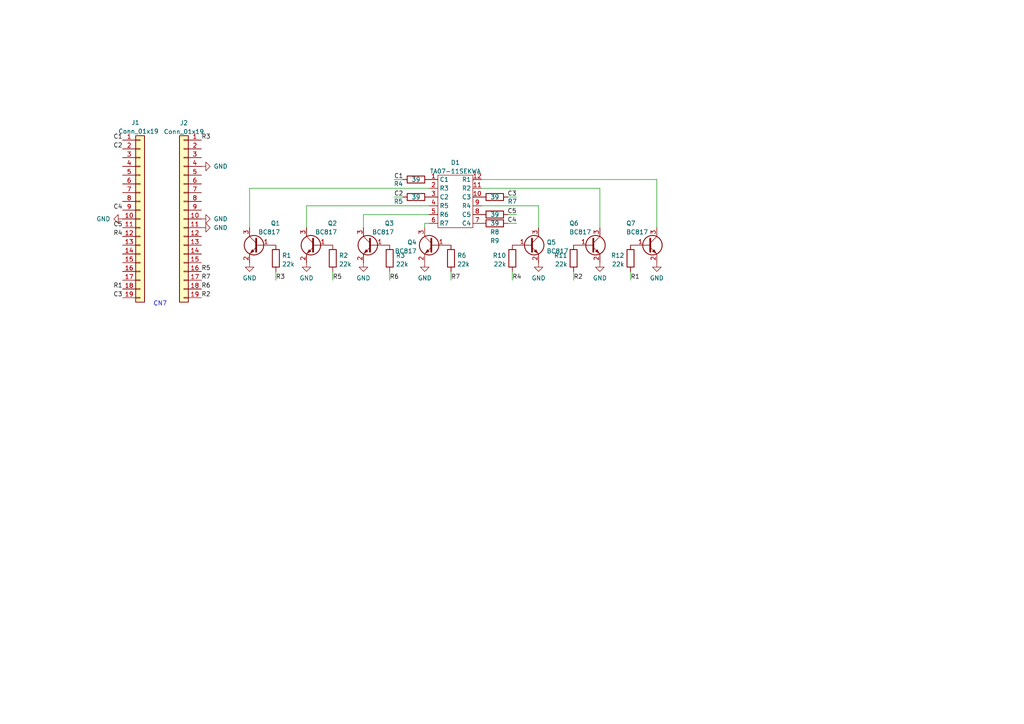
<source format=kicad_sch>
(kicad_sch (version 20211123) (generator eeschema)
  (paper "A4")
  (lib_symbols
    (symbol "Connector_Generic:Conn_01x19" (pin_names (offset 1.016) hide)
      (property "Reference" "J" (at 0 25.4 0))
      (property "Value" "Conn_01x19" (at 0 -25.4 0))
      (symbol "Conn_01x19_1_1"
        (rectangle (start -1.27 -22.733) (end 0 -22.987) (stroke (width 0.1524)))
        (rectangle (start -1.27 -20.193) (end 0 -20.447) (stroke (width 0.1524)))
        (rectangle (start -1.27 -17.653) (end 0 -17.907) (stroke (width 0.1524)))
        (rectangle (start -1.27 -15.113) (end 0 -15.367) (stroke (width 0.1524)))
        (rectangle (start -1.27 -12.573) (end 0 -12.827) (stroke (width 0.1524)))
        (rectangle (start -1.27 -10.033) (end 0 -10.287) (stroke (width 0.1524)))
        (rectangle (start -1.27 -7.493) (end 0 -7.747) (stroke (width 0.1524)))
        (rectangle (start -1.27 -4.953) (end 0 -5.207) (stroke (width 0.1524)))
        (rectangle (start -1.27 -2.413) (end 0 -2.667) (stroke (width 0.1524)))
        (rectangle (start -1.27 0.127) (end 0 -0.127) (stroke (width 0.1524)))
        (rectangle (start -1.27 2.667) (end 0 2.413) (stroke (width 0.1524)))
        (rectangle (start -1.27 5.207) (end 0 4.953) (stroke (width 0.1524)))
        (rectangle (start -1.27 7.747) (end 0 7.493) (stroke (width 0.1524)))
        (rectangle (start -1.27 10.287) (end 0 10.033) (stroke (width 0.1524)))
        (rectangle (start -1.27 12.827) (end 0 12.573) (stroke (width 0.1524)))
        (rectangle (start -1.27 15.367) (end 0 15.113) (stroke (width 0.1524)))
        (rectangle (start -1.27 17.907) (end 0 17.653) (stroke (width 0.1524)))
        (rectangle (start -1.27 20.447) (end 0 20.193) (stroke (width 0.1524)))
        (rectangle (start -1.27 22.987) (end 0 22.733) (stroke (width 0.1524)))
        (rectangle (start -1.27 24.13) (end 1.27 -24.13) (stroke (width 0.254)) (fill (type background)))
        (pin passive line (at -5.08 22.86 0) (length 3.81) (name "Pin_1") (number "1"))
        (pin passive line (at -5.08 0 0) (length 3.81) (name "Pin_10") (number "10"))
        (pin passive line (at -5.08 -2.54 0) (length 3.81) (name "Pin_11") (number "11"))
        (pin passive line (at -5.08 -5.08 0) (length 3.81) (name "Pin_12") (number "12"))
        (pin passive line (at -5.08 -7.62 0) (length 3.81) (name "Pin_13") (number "13"))
        (pin passive line (at -5.08 -10.16 0) (length 3.81) (name "Pin_14") (number "14"))
        (pin passive line (at -5.08 -12.7 0) (length 3.81) (name "Pin_15") (number "15"))
        (pin passive line (at -5.08 -15.24 0) (length 3.81) (name "Pin_16") (number "16"))
        (pin passive line (at -5.08 -17.78 0) (length 3.81) (name "Pin_17") (number "17"))
        (pin passive line (at -5.08 -20.32 0) (length 3.81) (name "Pin_18") (number "18"))
        (pin passive line (at -5.08 -22.86 0) (length 3.81) (name "Pin_19") (number "19"))
        (pin passive line (at -5.08 20.32 0) (length 3.81) (name "Pin_2") (number "2"))
        (pin passive line (at -5.08 17.78 0) (length 3.81) (name "Pin_3") (number "3"))
        (pin passive line (at -5.08 15.24 0) (length 3.81) (name "Pin_4") (number "4"))
        (pin passive line (at -5.08 12.7 0) (length 3.81) (name "Pin_5") (number "5"))
        (pin passive line (at -5.08 10.16 0) (length 3.81) (name "Pin_6") (number "6"))
        (pin passive line (at -5.08 7.62 0) (length 3.81) (name "Pin_7") (number "7"))
        (pin passive line (at -5.08 5.08 0) (length 3.81) (name "Pin_8") (number "8"))
        (pin passive line (at -5.08 2.54 0) (length 3.81) (name "Pin_9") (number "9"))
      )
    )
    (symbol "Device:R" (pin_numbers hide) (pin_names (offset 0))
      (property "Reference" "R" (at 2.032 0 90))
      (property "Value" "R" (at 0 0 90))
      (symbol "R_0_1"
        (rectangle (start -1.016 -2.54) (end 1.016 2.54) (stroke (width 0.254)))
      )
      (symbol "R_1_1"
        (pin passive line (at 0 3.81 270) (length 1.27) (name "~") (number "1"))
        (pin passive line (at 0 -3.81 90) (length 1.27) (name "~") (number "2"))
      )
    )
    (symbol "Transistor_BJT:BC817" (pin_names (offset 0) hide)
      (property "Reference" "Q" (at 5.08 1.905 0))
      (property "Value" "BC817" (at 5.08 0 0))
      (symbol "BC817_0_1"
        (polyline (pts (xy 0.635 0.635) (xy 2.54 2.54)))
        (polyline (pts (xy 0.635 -0.635) (xy 2.54 -2.54) (xy 2.54 -2.54)))
        (polyline (pts (xy 0.635 1.905) (xy 0.635 -1.905) (xy 0.635 -1.905)) (stroke (width 0.508)))
        (polyline (pts (xy 1.27 -1.778) (xy 1.778 -1.27) (xy 2.286 -2.286) (xy 1.27 -1.778) (xy 1.27 -1.778)) (fill (type outline)))
        (circle (center 1.27 0) (radius 2.8194) (stroke (width 0.254)))
      )
      (symbol "BC817_1_1"
        (pin input line (at -5.08 0 0) (length 5.715) (name "B") (number "1"))
        (pin passive line (at 2.54 -5.08 90) (length 2.54) (name "E") (number "2"))
        (pin passive line (at 2.54 5.08 270) (length 2.54) (name "C") (number "3"))
      )
    )
    (symbol "led_matrx TA07-11SEKWA:TA07-11SEKWA"
      (property "Reference" "D" (at 5.08 16.51 0))
      (property "Value" "TA07-11SEKWA" (at 5.08 19.05 0))
      (symbol "TA07-11SEKWA_0_1"
        (rectangle (start 0 15.24) (end 10.16 0) (stroke (width 0.1524)))
      )
      (symbol "TA07-11SEKWA_1_1"
        (pin input line (at -2.54 13.97 0) (length 2.54) (name "C1") (number "1"))
        (pin input line (at 12.7 8.89 180) (length 2.54) (name "C3") (number "10"))
        (pin output line (at 12.7 11.43 180) (length 2.54) (name "R2") (number "11"))
        (pin output line (at 12.7 13.97 180) (length 2.54) (name "R1") (number "12"))
        (pin output line (at -2.54 11.43 0) (length 2.54) (name "R3") (number "2"))
        (pin input line (at -2.54 8.89 0) (length 2.54) (name "C2") (number "3"))
        (pin output line (at -2.54 6.35 0) (length 2.54) (name "R5") (number "4"))
        (pin output line (at -2.54 3.81 0) (length 2.54) (name "R6") (number "5"))
        (pin output line (at -2.54 1.27 0) (length 2.54) (name "R7") (number "6"))
        (pin input line (at 12.7 1.27 180) (length 2.54) (name "C4") (number "7"))
        (pin input line (at 12.7 3.81 180) (length 2.54) (name "C5") (number "8"))
        (pin output line (at 12.7 6.35 180) (length 2.54) (name "R4") (number "9"))
      )
    )
    (symbol "power:GND" (power) (pin_names (offset 0))
      (property "Value" "GND" (at 0 -3.81 0))
      (symbol "GND_0_1"
        (polyline (pts (xy 0 0) (xy 0 -1.27) (xy 1.27 -1.27) (xy 0 -2.54) (xy -1.27 -1.27) (xy 0 -1.27)))
      )
      (symbol "GND_1_1"
        (pin power_in line (at 0 0 270) (length 0) hide (name "GND") (number "1"))
      )
    )
  )
  (wire (pts (xy 80.01 78.74) (xy 80.01 81.28)))
  (wire (pts (xy 190.5 52.07) (xy 190.5 66.04)))
  (wire (pts (xy 139.7 59.69) (xy 156.21 59.69)))
  (wire (pts (xy 182.88 78.74) (xy 182.88 81.28)))
  (wire (pts (xy 114.3 52.07) (xy 116.84 52.07)))
  (wire (pts (xy 124.46 59.69) (xy 88.9 59.69)))
  (wire (pts (xy 88.9 59.69) (xy 88.9 66.04)))
  (wire (pts (xy 124.46 64.77) (xy 123.19 64.77)))
  (wire (pts (xy 72.39 54.61) (xy 72.39 66.04)))
  (wire (pts (xy 124.46 62.23) (xy 105.41 62.23)))
  (wire (pts (xy 124.46 54.61) (xy 72.39 54.61)))
  (wire (pts (xy 139.7 54.61) (xy 173.99 54.61)))
  (wire (pts (xy 113.03 78.74) (xy 113.03 81.28)))
  (wire (pts (xy 173.99 54.61) (xy 173.99 66.04)))
  (wire (pts (xy 166.37 78.74) (xy 166.37 81.28)))
  (wire (pts (xy 96.52 78.74) (xy 96.52 81.28)))
  (wire (pts (xy 156.21 59.69) (xy 156.21 66.04)))
  (wire (pts (xy 148.59 78.74) (xy 148.59 81.28)))
  (wire (pts (xy 147.32 64.77) (xy 149.86 64.77)))
  (wire (pts (xy 139.7 52.07) (xy 190.5 52.07)))
  (wire (pts (xy 105.41 62.23) (xy 105.41 66.04)))
  (wire (pts (xy 147.32 57.15) (xy 149.86 57.15)))
  (wire (pts (xy 130.81 78.74) (xy 130.81 81.28)))
  (wire (pts (xy 114.3 57.15) (xy 116.84 57.15)))
  (wire (pts (xy 123.19 64.77) (xy 123.19 66.04)))
  (wire (pts (xy 147.32 62.23) (xy 149.86 62.23)))
  (text "CN7" (at 44.45 88.9 0) (effects (font (size 1.27 1.27)) (justify left bottom)))
  (label "R1" (at 182.88 81.28 0))
  (label "C5" (at 35.56 66.04 180))
  (label "R3" (at 80.01 81.28 0))
  (label "C1" (at 114.3 52.07 0))
  (label "R5" (at 58.42 78.74 0))
  (label "C3" (at 149.86 57.15 180))
  (label "R6" (at 58.42 83.82 0))
  (label "C2" (at 114.3 57.15 0))
  (label "R3" (at 58.42 40.64 0))
  (label "R1" (at 35.56 83.82 180))
  (label "R2" (at 166.37 81.28 0))
  (label "R6" (at 113.03 81.28 0))
  (label "R5" (at 96.52 81.28 0))
  (label "C5" (at 149.86 62.23 180))
  (label "R4" (at 35.56 68.58 180))
  (label "C4" (at 149.86 64.77 180))
  (label "C2" (at 35.56 43.18 180))
  (label "C1" (at 35.56 40.64 180))
  (label "R7" (at 130.81 81.28 0))
  (label "C3" (at 35.56 86.36 180))
  (label "R2" (at 58.42 86.36 0))
  (label "R7" (at 58.42 81.28 0))
  (label "C4" (at 35.56 60.96 180))
  (label "R4" (at 148.59 81.28 0))
  (symbol (lib_id "power:GND") (at 35.56 63.5 270) (mirror x) (unit 1)
    (property "Reference" "#PWR0109" (effects hide))
    (property "Value" "GND" (at 27.94 63.5 90) (effects (justify left)))
  )
  (symbol (lib_id "Device:R") (at 182.88 74.93 0) (mirror y) (unit 1)
    (property "Reference" "R12" (at 181.102 74.0953 0) (effects (justify left)))
    (property "Value" "22k" (at 181.102 76.6322 0) (effects (justify left)))
  )
  (symbol (lib_id "Device:R") (at 143.51 57.15 90) (unit 1)
    (property "Reference" "R7" (at 148.59 58.42 90))
    (property "Value" "39" (at 143.51 57.15 90))
  )
  (symbol (lib_id "Device:R") (at 143.51 64.77 90) (unit 1)
    (property "Reference" "R9" (at 143.51 69.85 90))
    (property "Value" "39" (at 143.51 64.77 90))
  )
  (symbol (lib_id "power:GND") (at 173.99 76.2 0) (mirror y) (unit 1)
    (property "Reference" "#PWR0102" (effects hide))
    (property "Value" "GND" (at 173.99 80.6434 0))
  )
  (symbol (lib_id "power:GND") (at 72.39 76.2 0) (unit 1)
    (property "Reference" "#PWR0107" (effects hide))
    (property "Value" "GND" (at 72.39 80.6434 0))
  )
  (symbol (lib_id "Device:R") (at 113.03 74.93 0) (unit 1)
    (property "Reference" "R3" (at 114.808 74.0953 0) (effects (justify left)))
    (property "Value" "22k" (at 114.808 76.6322 0) (effects (justify left)))
  )
  (symbol (lib_id "Transistor_BJT:BC817") (at 91.44 71.12 0) (mirror y) (unit 1)
    (property "Reference" "Q2" (at 97.79 64.77 0) (effects (justify left)))
    (property "Value" "BC817" (at 97.79 67.3069 0) (effects (justify left)))
    (property "Footprint" "Package_TO_SOT_SMD:SOT-23" (effects hide))
    (property "Datasheet" "https://www.onsemi.com/pub/Collateral/BC818-D.pdf" (effects hide))
  )
  (symbol (lib_id "Transistor_BJT:BC817") (at 125.73 71.12 0) (mirror y) (unit 1)
    (property "Reference" "Q4" (at 120.8786 70.2853 0) (effects (justify left)))
    (property "Value" "BC817" (at 120.8786 72.8222 0) (effects (justify left)))
    (property "Footprint" "Package_TO_SOT_SMD:SOT-23" (effects hide))
    (property "Datasheet" "https://www.onsemi.com/pub/Collateral/BC818-D.pdf" (effects hide))
  )
  (symbol (lib_id "power:GND") (at 88.9 76.2 0) (unit 1)
    (property "Reference" "#PWR0106" (effects hide))
    (property "Value" "GND" (at 88.9 80.6434 0))
  )
  (symbol (lib_id "power:GND") (at 105.41 76.2 0) (unit 1)
    (property "Reference" "#PWR0104" (effects hide))
    (property "Value" "GND" (at 105.41 80.6434 0))
  )
  (symbol (lib_id "power:GND") (at 156.21 76.2 0) (mirror y) (unit 1)
    (property "Reference" "#PWR0103" (effects hide))
    (property "Value" "GND" (at 156.21 80.6434 0))
  )
  (symbol (lib_id "Device:R") (at 96.52 74.93 0) (unit 1)
    (property "Reference" "R2" (at 98.298 74.0953 0) (effects (justify left)))
    (property "Value" "22k" (at 98.298 76.6322 0) (effects (justify left)))
  )
  (symbol (lib_id "Transistor_BJT:BC817") (at 171.45 71.12 0) (unit 1)
    (property "Reference" "Q6" (at 165.1 64.7731 0) (effects (justify left)))
    (property "Value" "BC817" (at 165.1 67.31 0) (effects (justify left)))
    (property "Footprint" "Package_TO_SOT_SMD:SOT-23" (effects hide))
    (property "Datasheet" "https://www.onsemi.com/pub/Collateral/BC818-D.pdf" (effects hide))
  )
  (symbol (lib_id "Device:R") (at 130.81 74.93 0) (unit 1)
    (property "Reference" "R6" (at 132.588 74.0953 0) (effects (justify left)))
    (property "Value" "22k" (at 132.588 76.6322 0) (effects (justify left)))
  )
  (symbol (lib_id "Device:R") (at 166.37 74.93 0) (mirror y) (unit 1)
    (property "Reference" "R11" (at 164.592 74.0953 0) (effects (justify left)))
    (property "Value" "22k" (at 164.592 76.6322 0) (effects (justify left)))
  )
  (symbol (lib_id "Device:R") (at 120.65 57.15 90) (unit 1)
    (property "Reference" "R5" (at 115.57 58.42 90))
    (property "Value" "39" (at 120.65 57.15 90))
  )
  (symbol (lib_id "Transistor_BJT:BC817") (at 107.95 71.12 0) (mirror y) (unit 1)
    (property "Reference" "Q3" (at 114.3 64.7731 0) (effects (justify left)))
    (property "Value" "BC817" (at 114.3 67.31 0) (effects (justify left)))
    (property "Footprint" "Package_TO_SOT_SMD:SOT-23" (effects hide))
    (property "Datasheet" "https://www.onsemi.com/pub/Collateral/BC818-D.pdf" (effects hide))
  )
  (symbol (lib_id "Transistor_BJT:BC817") (at 74.93 71.12 0) (mirror y) (unit 1)
    (property "Reference" "Q1" (at 81.28 64.77 0) (effects (justify left)))
    (property "Value" "BC817" (at 81.28 67.3069 0) (effects (justify left)))
    (property "Footprint" "Package_TO_SOT_SMD:SOT-23" (effects hide))
    (property "Datasheet" "https://www.onsemi.com/pub/Collateral/BC818-D.pdf" (effects hide))
  )
  (symbol (lib_id "Device:R") (at 80.01 74.93 0) (unit 1)
    (property "Reference" "R1" (at 81.788 74.0953 0) (effects (justify left)))
    (property "Value" "22k" (at 81.788 76.6322 0) (effects (justify left)))
  )
  (symbol (lib_id "power:GND") (at 58.42 48.26 90) (mirror x) (unit 1)
    (property "Reference" "#PWR0108" (effects hide))
    (property "Value" "GND" (at 66.04 48.26 90) (effects (justify left)))
  )
  (symbol (lib_id "led_matrx TA07-11SEKWA:TA07-11SEKWA") (at 127 66.04 0) (unit 1)
    (property "Reference" "D1" (at 132.08 47.151 0))
    (property "Value" "TA07-11SEKWA" (at 132.08 49.6879 0))
    (property "Datasheet" "https://docs.rs-online.com/9319/0900766b814a9f89.pdf" (effects hide))
  )
  (symbol (lib_id "Device:R") (at 120.65 52.07 90) (unit 1)
    (property "Reference" "R4" (at 115.57 53.34 90))
    (property "Value" "39" (at 120.65 52.07 90))
  )
  (symbol (lib_id "power:GND") (at 123.19 76.2 0) (unit 1)
    (property "Reference" "#PWR0105" (effects hide))
    (property "Value" "GND" (at 123.19 80.6434 0))
  )
  (symbol (lib_id "power:GND") (at 58.42 66.04 90) (mirror x) (unit 1)
    (property "Reference" "#PWR0110" (effects hide))
    (property "Value" "GND" (at 66.04 66.04 90) (effects (justify left)))
  )
  (symbol (lib_id "Connector_Generic:Conn_01x19") (at 40.64 63.5 0) (unit 1)
    (property "Reference" "J1" (at 38.1 35.56 0) (effects (justify left)))
    (property "Value" "Conn_01x19" (at 34.29 38.1 0) (effects (justify left)))
  )
  (symbol (lib_id "Connector_Generic:Conn_01x19") (at 53.34 63.5 0) (mirror y) (unit 1)
    (property "Reference" "J2" (at 53.34 35.6702 0))
    (property "Value" "Conn_01x19" (at 53.34 38.2071 0))
  )
  (symbol (lib_id "power:GND") (at 58.42 63.5 90) (mirror x) (unit 1)
    (property "Reference" "#PWR0111" (effects hide))
    (property "Value" "GND" (at 66.04 63.5 90) (effects (justify left)))
  )
  (symbol (lib_id "Transistor_BJT:BC817") (at 187.96 71.12 0) (unit 1)
    (property "Reference" "Q7" (at 181.61 64.77 0) (effects (justify left)))
    (property "Value" "BC817" (at 181.61 67.3069 0) (effects (justify left)))
    (property "Footprint" "Package_TO_SOT_SMD:SOT-23" (effects hide))
    (property "Datasheet" "https://www.onsemi.com/pub/Collateral/BC818-D.pdf" (effects hide))
  )
  (symbol (lib_id "power:GND") (at 190.5 76.2 0) (mirror y) (unit 1)
    (property "Reference" "#PWR0101" (effects hide))
    (property "Value" "GND" (at 190.5 80.6434 0))
  )
  (symbol (lib_id "Device:R") (at 143.51 62.23 90) (unit 1)
    (property "Reference" "R8" (at 143.51 67.31 90))
    (property "Value" "39" (at 143.51 62.23 90))
  )
  (symbol (lib_id "Device:R") (at 148.59 74.93 0) (mirror y) (unit 1)
    (property "Reference" "R10" (at 146.812 74.0953 0) (effects (justify left)))
    (property "Value" "22k" (at 146.812 76.6322 0) (effects (justify left)))
  )
  (symbol (lib_id "Transistor_BJT:BC817") (at 153.67 71.12 0) (unit 1)
    (property "Reference" "Q5" (at 158.5214 70.2853 0) (effects (justify left)))
    (property "Value" "BC817" (at 158.5214 72.8222 0) (effects (justify left)))
    (property "Footprint" "Package_TO_SOT_SMD:SOT-23" (effects hide))
    (property "Datasheet" "https://www.onsemi.com/pub/Collateral/BC818-D.pdf" (effects hide))
  )
)
</source>
